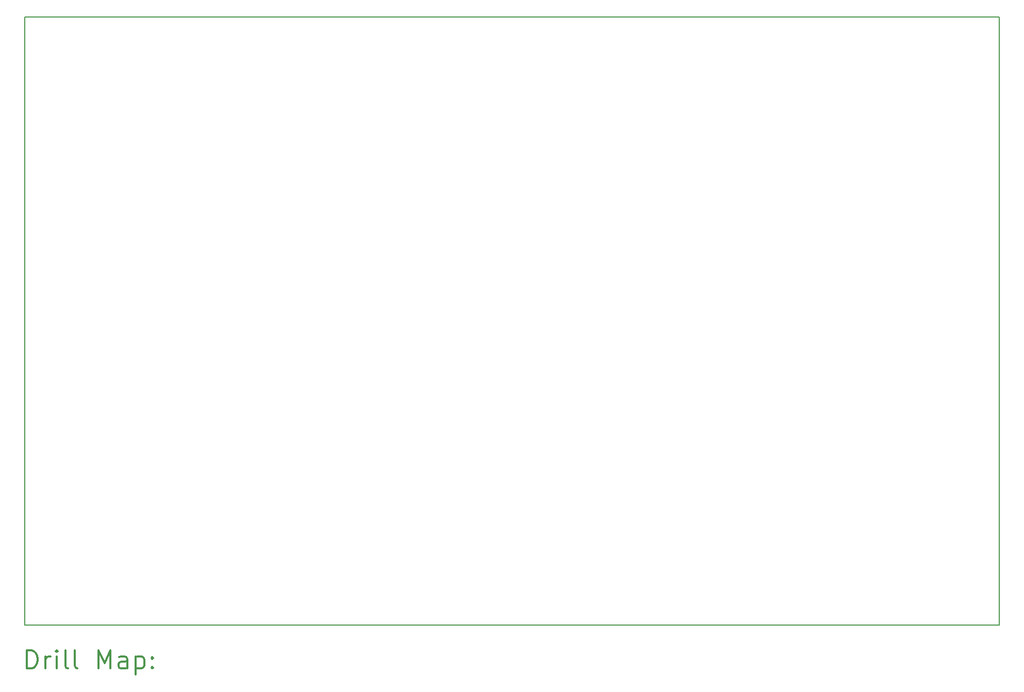
<source format=gbr>
%FSLAX45Y45*%
G04 Gerber Fmt 4.5, Leading zero omitted, Abs format (unit mm)*
G04 Created by KiCad (PCBNEW (5.1.9)-1) date 2021-07-06 21:26:56*
%MOMM*%
%LPD*%
G01*
G04 APERTURE LIST*
%TA.AperFunction,Profile*%
%ADD10C,0.150000*%
%TD*%
%ADD11C,0.200000*%
%ADD12C,0.300000*%
G04 APERTURE END LIST*
D10*
X8780800Y-5308600D02*
X8780800Y-15308600D01*
X24780800Y-5308600D02*
X8780800Y-5308600D01*
X24780800Y-15308600D02*
X24780800Y-5308600D01*
X8780800Y-15308600D02*
X24780800Y-15308600D01*
D11*
D12*
X8817229Y-16024314D02*
X8817229Y-15724314D01*
X8888657Y-15724314D01*
X8931514Y-15738600D01*
X8960086Y-15767171D01*
X8974371Y-15795743D01*
X8988657Y-15852886D01*
X8988657Y-15895743D01*
X8974371Y-15952886D01*
X8960086Y-15981457D01*
X8931514Y-16010028D01*
X8888657Y-16024314D01*
X8817229Y-16024314D01*
X9117229Y-16024314D02*
X9117229Y-15824314D01*
X9117229Y-15881457D02*
X9131514Y-15852886D01*
X9145800Y-15838600D01*
X9174371Y-15824314D01*
X9202943Y-15824314D01*
X9302943Y-16024314D02*
X9302943Y-15824314D01*
X9302943Y-15724314D02*
X9288657Y-15738600D01*
X9302943Y-15752886D01*
X9317229Y-15738600D01*
X9302943Y-15724314D01*
X9302943Y-15752886D01*
X9488657Y-16024314D02*
X9460086Y-16010028D01*
X9445800Y-15981457D01*
X9445800Y-15724314D01*
X9645800Y-16024314D02*
X9617229Y-16010028D01*
X9602943Y-15981457D01*
X9602943Y-15724314D01*
X9988657Y-16024314D02*
X9988657Y-15724314D01*
X10088657Y-15938600D01*
X10188657Y-15724314D01*
X10188657Y-16024314D01*
X10460086Y-16024314D02*
X10460086Y-15867171D01*
X10445800Y-15838600D01*
X10417229Y-15824314D01*
X10360086Y-15824314D01*
X10331514Y-15838600D01*
X10460086Y-16010028D02*
X10431514Y-16024314D01*
X10360086Y-16024314D01*
X10331514Y-16010028D01*
X10317229Y-15981457D01*
X10317229Y-15952886D01*
X10331514Y-15924314D01*
X10360086Y-15910028D01*
X10431514Y-15910028D01*
X10460086Y-15895743D01*
X10602943Y-15824314D02*
X10602943Y-16124314D01*
X10602943Y-15838600D02*
X10631514Y-15824314D01*
X10688657Y-15824314D01*
X10717229Y-15838600D01*
X10731514Y-15852886D01*
X10745800Y-15881457D01*
X10745800Y-15967171D01*
X10731514Y-15995743D01*
X10717229Y-16010028D01*
X10688657Y-16024314D01*
X10631514Y-16024314D01*
X10602943Y-16010028D01*
X10874371Y-15995743D02*
X10888657Y-16010028D01*
X10874371Y-16024314D01*
X10860086Y-16010028D01*
X10874371Y-15995743D01*
X10874371Y-16024314D01*
X10874371Y-15838600D02*
X10888657Y-15852886D01*
X10874371Y-15867171D01*
X10860086Y-15852886D01*
X10874371Y-15838600D01*
X10874371Y-15867171D01*
M02*

</source>
